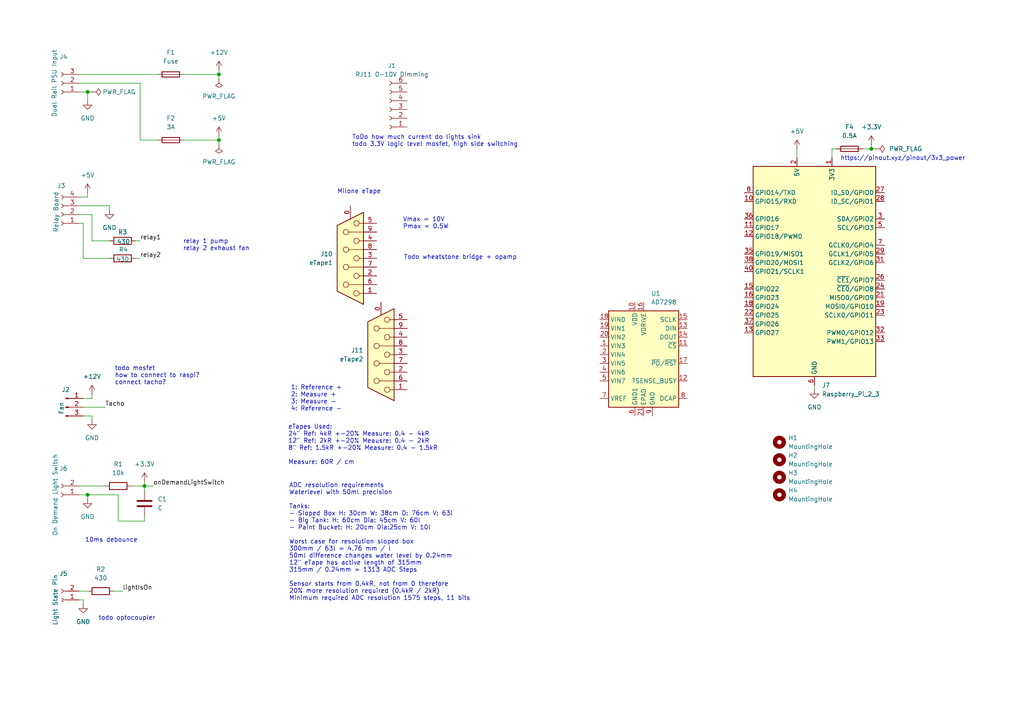
<source format=kicad_sch>
(kicad_sch (version 20250114) (generator "eeschema") (generator_version "9.0")
  (paper "A4")
  (lib_symbols
    (symbol "Analog_ADC:AD7298"
      (property "Reference" "U" (at -10.16 13.97 0))
      (property "Value" "AD7298" (at 2.54 13.97 0))
      (symbol "AD7298_0_1"
        (rectangle (start -10.16 12.7) (end 10.16 -15.24) (stroke (width 0.254)) (fill (type background)))
      )
      (symbol "AD7298_1_1"
        (pin input line (at -12.7 10.16 0) (length 2.54) (name "VIN0") (number "18"))
        (pin input line (at -12.7 7.62 0) (length 2.54) (name "VIN1") (number "19"))
        (pin input line (at -12.7 5.08 0) (length 2.54) (name "VIN2") (number "20"))
        (pin input line (at -12.7 2.54 0) (length 2.54) (name "VIN3") (number "1"))
        (pin input line (at -12.7 0 0) (length 2.54) (name "VIN4") (number "2"))
        (pin input line (at -12.7 -2.54 0) (length 2.54) (name "VIN5") (number "3"))
        (pin input line (at -12.7 -5.08 0) (length 2.54) (name "VIN6") (number "4"))
        (pin input line (at -12.7 -7.62 0) (length 2.54) (name "VIN7") (number "5"))
        (pin passive line (at -12.7 -12.7 0) (length 2.54) (name "VREF") (number "7"))
        (pin power_in line (at -2.54 15.24 270) (length 2.54) (name "VDD") (number "10"))
        (pin power_in line (at -2.54 -17.78 90) (length 2.54) (name "GND1") (number "6"))
        (pin power_in line (at 0 15.24 270) (length 2.54) (name "VDRIVE") (number "16"))
        (pin power_in line (at 0 -17.78 90) (length 2.54) (name "EPAD") (number "21"))
        (pin power_in line (at 2.54 -17.78 90) (length 2.54) (name "GND") (number "9"))
        (pin input line (at 12.7 10.16 180) (length 2.54) (name "SCLK") (number "15"))
        (pin input line (at 12.7 7.62 180) (length 2.54) (name "DIN") (number "13"))
        (pin output line (at 12.7 5.08 180) (length 2.54) (name "DOUT") (number "14"))
        (pin input line (at 12.7 2.54 180) (length 2.54) (name "~{CS}") (number "11"))
        (pin input line (at 12.7 -2.54 180) (length 2.54) (name "~{PD}/~{RST}") (number "17"))
        (pin output line (at 12.7 -7.62 180) (length 2.54) (name "TSENSE_BUSY") (number "12"))
        (pin passive line (at 12.7 -12.7 180) (length 2.54) (name "DCAP") (number "8"))
      )
    )
    (symbol "Connector:Conn_01x02_Socket" (pin_names (offset 1.016) (hide yes))
      (property "Reference" "J" (at 0 2.54 0))
      (property "Value" "Conn_01x02_Socket" (at 0 -5.08 0))
      (symbol "Conn_01x02_Socket_1_1"
        (polyline (pts (xy -1.27 0) (xy -0.508 0)) (stroke (width 0.1524)))
        (polyline (pts (xy -1.27 -2.54) (xy -0.508 -2.54)) (stroke (width 0.1524)))
        (arc (start 0 -0.508) (mid -0.5058 0) (end 0 0.508) (stroke (width 0.1524)))
        (arc (start 0 -3.048) (mid -0.5058 -2.54) (end 0 -2.032) (stroke (width 0.1524)))
        (pin passive line (at -5.08 0 0) (length 3.81) (name "Pin_1") (number "1"))
        (pin passive line (at -5.08 -2.54 0) (length 3.81) (name "Pin_2") (number "2"))
      )
    )
    (symbol "Connector:Conn_01x03_Pin" (pin_names (offset 1.016) (hide yes))
      (property "Reference" "J" (at 0 5.08 0))
      (property "Value" "Conn_01x03_Pin" (at 0 -5.08 0))
      (symbol "Conn_01x03_Pin_1_1"
        (rectangle (start 0.8636 2.667) (end 0 2.413) (stroke (width 0.1524)) (fill (type outline)))
        (rectangle (start 0.8636 0.127) (end 0 -0.127) (stroke (width 0.1524)) (fill (type outline)))
        (rectangle (start 0.8636 -2.413) (end 0 -2.667) (stroke (width 0.1524)) (fill (type outline)))
        (polyline (pts (xy 1.27 2.54) (xy 0.8636 2.54)) (stroke (width 0.1524)))
        (polyline (pts (xy 1.27 0) (xy 0.8636 0)) (stroke (width 0.1524)))
        (polyline (pts (xy 1.27 -2.54) (xy 0.8636 -2.54)) (stroke (width 0.1524)))
        (pin passive line (at 5.08 2.54 180) (length 3.81) (name "Pin_1") (number "1"))
        (pin passive line (at 5.08 0 180) (length 3.81) (name "Pin_2") (number "2"))
        (pin passive line (at 5.08 -2.54 180) (length 3.81) (name "Pin_3") (number "3"))
      )
    )
    (symbol "Connector:Conn_01x03_Socket" (pin_names (offset 1.016) (hide yes))
      (property "Reference" "J" (at 0 5.08 0))
      (property "Value" "Conn_01x03_Socket" (at 0 -5.08 0))
      (symbol "Conn_01x03_Socket_1_1"
        (polyline (pts (xy -1.27 2.54) (xy -0.508 2.54)) (stroke (width 0.1524)))
        (polyline (pts (xy -1.27 0) (xy -0.508 0)) (stroke (width 0.1524)))
        (polyline (pts (xy -1.27 -2.54) (xy -0.508 -2.54)) (stroke (width 0.1524)))
        (arc (start 0 2.032) (mid -0.5058 2.54) (end 0 3.048) (stroke (width 0.1524)))
        (arc (start 0 -0.508) (mid -0.5058 0) (end 0 0.508) (stroke (width 0.1524)))
        (arc (start 0 -3.048) (mid -0.5058 -2.54) (end 0 -2.032) (stroke (width 0.1524)))
        (pin passive line (at -5.08 2.54 0) (length 3.81) (name "Pin_1") (number "1"))
        (pin passive line (at -5.08 0 0) (length 3.81) (name "Pin_2") (number "2"))
        (pin passive line (at -5.08 -2.54 0) (length 3.81) (name "Pin_3") (number "3"))
      )
    )
    (symbol "Connector:Conn_01x04_Socket" (pin_names (offset 1.016) (hide yes))
      (property "Reference" "J" (at 0 5.08 0))
      (property "Value" "Conn_01x04_Socket" (at 0 -7.62 0))
      (symbol "Conn_01x04_Socket_1_1"
        (polyline (pts (xy -1.27 2.54) (xy -0.508 2.54)) (stroke (width 0.1524)))
        (polyline (pts (xy -1.27 0) (xy -0.508 0)) (stroke (width 0.1524)))
        (polyline (pts (xy -1.27 -2.54) (xy -0.508 -2.54)) (stroke (width 0.1524)))
        (polyline (pts (xy -1.27 -5.08) (xy -0.508 -5.08)) (stroke (width 0.1524)))
        (arc (start 0 2.032) (mid -0.5058 2.54) (end 0 3.048) (stroke (width 0.1524)))
        (arc (start 0 -0.508) (mid -0.5058 0) (end 0 0.508) (stroke (width 0.1524)))
        (arc (start 0 -3.048) (mid -0.5058 -2.54) (end 0 -2.032) (stroke (width 0.1524)))
        (arc (start 0 -5.588) (mid -0.5058 -5.08) (end 0 -4.572) (stroke (width 0.1524)))
        (pin passive line (at -5.08 2.54 0) (length 3.81) (name "Pin_1") (number "1"))
        (pin passive line (at -5.08 0 0) (length 3.81) (name "Pin_2") (number "2"))
        (pin passive line (at -5.08 -2.54 0) (length 3.81) (name "Pin_3") (number "3"))
        (pin passive line (at -5.08 -5.08 0) (length 3.81) (name "Pin_4") (number "4"))
      )
    )
    (symbol "Connector:Conn_01x06_Socket" (pin_names (offset 1.016) (hide yes))
      (property "Reference" "J" (at 0 7.62 0))
      (property "Value" "Conn_01x06_Socket" (at 0 -10.16 0))
      (symbol "Conn_01x06_Socket_1_1"
        (polyline (pts (xy -1.27 5.08) (xy -0.508 5.08)) (stroke (width 0.1524)))
        (polyline (pts (xy -1.27 2.54) (xy -0.508 2.54)) (stroke (width 0.1524)))
        (polyline (pts (xy -1.27 0) (xy -0.508 0)) (stroke (width 0.1524)))
        (polyline (pts (xy -1.27 -2.54) (xy -0.508 -2.54)) (stroke (width 0.1524)))
        (polyline (pts (xy -1.27 -5.08) (xy -0.508 -5.08)) (stroke (width 0.1524)))
        (polyline (pts (xy -1.27 -7.62) (xy -0.508 -7.62)) (stroke (width 0.1524)))
        (arc (start 0 4.572) (mid -0.5058 5.08) (end 0 5.588) (stroke (width 0.1524)))
        (arc (start 0 2.032) (mid -0.5058 2.54) (end 0 3.048) (stroke (width 0.1524)))
        (arc (start 0 -0.508) (mid -0.5058 0) (end 0 0.508) (stroke (width 0.1524)))
        (arc (start 0 -3.048) (mid -0.5058 -2.54) (end 0 -2.032) (stroke (width 0.1524)))
        (arc (start 0 -5.588) (mid -0.5058 -5.08) (end 0 -4.572) (stroke (width 0.1524)))
        (arc (start 0 -8.128) (mid -0.5058 -7.62) (end 0 -7.112) (stroke (width 0.1524)))
        (pin passive line (at -5.08 5.08 0) (length 3.81) (name "Pin_1") (number "1"))
        (pin passive line (at -5.08 2.54 0) (length 3.81) (name "Pin_2") (number "2"))
        (pin passive line (at -5.08 0 0) (length 3.81) (name "Pin_3") (number "3"))
        (pin passive line (at -5.08 -2.54 0) (length 3.81) (name "Pin_4") (number "4"))
        (pin passive line (at -5.08 -5.08 0) (length 3.81) (name "Pin_5") (number "5"))
        (pin passive line (at -5.08 -7.62 0) (length 3.81) (name "Pin_6") (number "6"))
      )
    )
    (symbol "Connector:DE9_Socket_MountingHoles" (pin_names (offset 1.016) (hide yes))
      (property "Reference" "J" (at 0 16.51 0))
      (property "Value" "DE9_Socket_MountingHoles" (at 0 14.605 0))
      (symbol "DE9_Socket_MountingHoles_0_1"
        (polyline (pts (xy -3.81 13.335) (xy -3.81 -13.335) (xy 3.81 -9.525) (xy 3.81 9.525) (xy -3.81 13.335)) (stroke (width 0.254)) (fill (type background)))
        (polyline (pts (xy -3.81 10.16) (xy -2.54 10.16)))
        (polyline (pts (xy -3.81 7.62) (xy 0.508 7.62)))
        (polyline (pts (xy -3.81 5.08) (xy -2.54 5.08)))
        (polyline (pts (xy -3.81 2.54) (xy 0.508 2.54)))
        (polyline (pts (xy -3.81 0) (xy -2.54 0)))
        (polyline (pts (xy -3.81 -2.54) (xy 0.508 -2.54)))
        (polyline (pts (xy -3.81 -5.08) (xy -2.54 -5.08)))
        (polyline (pts (xy -3.81 -7.62) (xy 0.508 -7.62)))
        (polyline (pts (xy -3.81 -10.16) (xy -2.54 -10.16)))
        (circle (center -1.778 10.16) (radius 0.762))
        (circle (center -1.778 5.08) (radius 0.762))
        (circle (center -1.778 0) (radius 0.762))
        (circle (center -1.778 -5.08) (radius 0.762))
        (circle (center -1.778 -10.16) (radius 0.762))
        (circle (center 1.27 7.62) (radius 0.762))
        (circle (center 1.27 2.54) (radius 0.762))
        (circle (center 1.27 -2.54) (radius 0.762))
        (circle (center 1.27 -7.62) (radius 0.762))
      )
      (symbol "DE9_Socket_MountingHoles_1_1"
        (pin passive line (at -7.62 10.16 0) (length 3.81) (name "1") (number "1"))
        (pin passive line (at -7.62 7.62 0) (length 3.81) (name "6") (number "6"))
        (pin passive line (at -7.62 5.08 0) (length 3.81) (name "2") (number "2"))
        (pin passive line (at -7.62 2.54 0) (length 3.81) (name "7") (number "7"))
        (pin passive line (at -7.62 0 0) (length 3.81) (name "3") (number "3"))
        (pin passive line (at -7.62 -2.54 0) (length 3.81) (name "8") (number "8"))
        (pin passive line (at -7.62 -5.08 0) (length 3.81) (name "4") (number "4"))
        (pin passive line (at -7.62 -7.62 0) (length 3.81) (name "9") (number "9"))
        (pin passive line (at -7.62 -10.16 0) (length 3.81) (name "5") (number "5"))
        (pin passive line (at 0 -15.24 90) (length 3.81) (name "PAD") (number "0"))
      )
    )
    (symbol "Connector:Raspberry_Pi_2_3"
      (property "Reference" "J" (at -17.78 31.75 0))
      (property "Value" "Raspberry_Pi_2_3" (at 10.16 -31.75 0))
      (symbol "Raspberry_Pi_2_3_0_1"
        (rectangle (start -17.78 30.48) (end 17.78 -30.48) (stroke (width 0.254)) (fill (type background)))
      )
      (symbol "Raspberry_Pi_2_3_1_1"
        (pin bidirectional line (at -20.32 22.86 0) (length 2.54) (name "GPIO14/TXD") (number "8"))
        (pin bidirectional line (at -20.32 20.32 0) (length 2.54) (name "GPIO15/RXD") (number "10"))
        (pin bidirectional line (at -20.32 15.24 0) (length 2.54) (name "GPIO16") (number "36"))
        (pin bidirectional line (at -20.32 12.7 0) (length 2.54) (name "GPIO17") (number "11"))
        (pin bidirectional line (at -20.32 10.16 0) (length 2.54) (name "GPIO18/PWM0") (number "12"))
        (pin bidirectional line (at -20.32 5.08 0) (length 2.54) (name "GPIO19/MISO1") (number "35"))
        (pin bidirectional line (at -20.32 2.54 0) (length 2.54) (name "GPIO20/MOSI1") (number "38"))
        (pin bidirectional line (at -20.32 0 0) (length 2.54) (name "GPIO21/SCLK1") (number "40"))
        (pin bidirectional line (at -20.32 -5.08 0) (length 2.54) (name "GPIO22") (number "15"))
        (pin bidirectional line (at -20.32 -7.62 0) (length 2.54) (name "GPIO23") (number "16"))
        (pin bidirectional line (at -20.32 -10.16 0) (length 2.54) (name "GPIO24") (number "18"))
        (pin bidirectional line (at -20.32 -12.7 0) (length 2.54) (name "GPIO25") (number "22"))
        (pin bidirectional line (at -20.32 -15.24 0) (length 2.54) (name "GPIO26") (number "37"))
        (pin bidirectional line (at -20.32 -17.78 0) (length 2.54) (name "GPIO27") (number "13"))
        (pin power_in line (at -5.08 33.02 270) (length 2.54) (name "5V") (number "2"))
        (pin passive line (at -5.08 33.02 270) (length 2.54) (hide yes) (name "5V") (number "4"))
        (pin passive line (at 0 -33.02 90) (length 2.54) (hide yes) (name "GND") (number "14"))
        (pin passive line (at 0 -33.02 90) (length 2.54) (hide yes) (name "GND") (number "20"))
        (pin passive line (at 0 -33.02 90) (length 2.54) (hide yes) (name "GND") (number "25"))
        (pin passive line (at 0 -33.02 90) (length 2.54) (hide yes) (name "GND") (number "30"))
        (pin passive line (at 0 -33.02 90) (length 2.54) (hide yes) (name "GND") (number "34"))
        (pin passive line (at 0 -33.02 90) (length 2.54) (hide yes) (name "GND") (number "39"))
        (pin power_in line (at 0 -33.02 90) (length 2.54) (name "GND") (number "6"))
        (pin passive line (at 0 -33.02 90) (length 2.54) (hide yes) (name "GND") (number "9"))
        (pin power_in line (at 5.08 33.02 270) (length 2.54) (name "3V3") (number "1"))
        (pin passive line (at 5.08 33.02 270) (length 2.54) (hide yes) (name "3V3") (number "17"))
        (pin bidirectional line (at 20.32 22.86 180) (length 2.54) (name "ID_SD/GPIO0") (number "27"))
        (pin bidirectional line (at 20.32 20.32 180) (length 2.54) (name "ID_SC/GPIO1") (number "28"))
        (pin bidirectional line (at 20.32 15.24 180) (length 2.54) (name "SDA/GPIO2") (number "3"))
        (pin bidirectional line (at 20.32 12.7 180) (length 2.54) (name "SCL/GPIO3") (number "5"))
        (pin bidirectional line (at 20.32 7.62 180) (length 2.54) (name "GCLK0/GPIO4") (number "7"))
        (pin bidirectional line (at 20.32 5.08 180) (length 2.54) (name "GCLK1/GPIO5") (number "29"))
        (pin bidirectional line (at 20.32 2.54 180) (length 2.54) (name "GCLK2/GPIO6") (number "31"))
        (pin bidirectional line (at 20.32 -2.54 180) (length 2.54) (name "~{CE1}/GPIO7") (number "26"))
        (pin bidirectional line (at 20.32 -5.08 180) (length 2.54) (name "~{CE0}/GPIO8") (number "24"))
        (pin bidirectional line (at 20.32 -7.62 180) (length 2.54) (name "MISO0/GPIO9") (number "21"))
        (pin bidirectional line (at 20.32 -10.16 180) (length 2.54) (name "MOSI0/GPIO10") (number "19"))
        (pin bidirectional line (at 20.32 -12.7 180) (length 2.54) (name "SCLK0/GPIO11") (number "23"))
        (pin bidirectional line (at 20.32 -17.78 180) (length 2.54) (name "PWM0/GPIO12") (number "32"))
        (pin bidirectional line (at 20.32 -20.32 180) (length 2.54) (name "PWM1/GPIO13") (number "33"))
      )
    )
    (symbol "Device:C" (pin_numbers (hide yes)) (pin_names (offset 0.254))
      (property "Reference" "C" (at 0.635 2.54 0))
      (property "Value" "C" (at 0.635 -2.54 0))
      (symbol "C_0_1"
        (polyline (pts (xy -2.032 0.762) (xy 2.032 0.762)) (stroke (width 0.508)))
        (polyline (pts (xy -2.032 -0.762) (xy 2.032 -0.762)) (stroke (width 0.508)))
      )
      (symbol "C_1_1"
        (pin passive line (at 0 3.81 270) (length 2.794) (name "~") (number "1"))
        (pin passive line (at 0 -3.81 90) (length 2.794) (name "~") (number "2"))
      )
    )
    (symbol "Device:Fuse" (pin_numbers (hide yes)) (pin_names (offset 0))
      (property "Reference" "F" (at 2.032 0 90))
      (property "Value" "Fuse" (at -1.905 0 90))
      (symbol "Fuse_0_1"
        (rectangle (start -0.762 -2.54) (end 0.762 2.54) (stroke (width 0.254)))
        (polyline (pts (xy 0 2.54) (xy 0 -2.54)))
      )
      (symbol "Fuse_1_1"
        (pin passive line (at 0 3.81 270) (length 1.27) (name "~") (number "1"))
        (pin passive line (at 0 -3.81 90) (length 1.27) (name "~") (number "2"))
      )
    )
    (symbol "Device:R" (pin_numbers (hide yes)) (pin_names (offset 0))
      (property "Reference" "R" (at 2.032 0 90))
      (property "Value" "R" (at 0 0 90))
      (symbol "R_0_1"
        (rectangle (start -1.016 -2.54) (end 1.016 2.54) (stroke (width 0.254)))
      )
      (symbol "R_1_1"
        (pin passive line (at 0 3.81 270) (length 1.27) (name "~") (number "1"))
        (pin passive line (at 0 -3.81 90) (length 1.27) (name "~") (number "2"))
      )
    )
    (symbol "Mechanical:MountingHole" (pin_names (offset 1.016)) (in_bom no)
      (property "Reference" "H" (at 0 5.08 0))
      (property "Value" "MountingHole" (at 0 3.175 0))
      (symbol "MountingHole_0_1"
        (circle (center 0 0) (radius 1.27) (stroke (width 1.27)))
      )
    )
    (symbol "power:+12V" (power) (pin_numbers (hide yes)) (pin_names (offset 0) (hide yes))
      (property "Value" "+12V" (at 0 3.556 0))
      (symbol "+12V_0_1"
        (polyline (pts (xy -0.762 1.27) (xy 0 2.54)))
        (polyline (pts (xy 0 2.54) (xy 0.762 1.27)))
        (polyline (pts (xy 0 0) (xy 0 2.54)))
      )
      (symbol "+12V_1_1"
        (pin power_in line (at 0 0 90) (length 0) (name "~") (number "1"))
      )
    )
    (symbol "power:+3.3V" (power) (pin_numbers (hide yes)) (pin_names (offset 0) (hide yes))
      (property "Value" "+3.3V" (at 0 3.556 0))
      (symbol "+3.3V_0_1"
        (polyline (pts (xy -0.762 1.27) (xy 0 2.54)))
        (polyline (pts (xy 0 2.54) (xy 0.762 1.27)))
        (polyline (pts (xy 0 0) (xy 0 2.54)))
      )
      (symbol "+3.3V_1_1"
        (pin power_in line (at 0 0 90) (length 0) (name "~") (number "1"))
      )
    )
    (symbol "power:+5V" (power) (pin_numbers (hide yes)) (pin_names (offset 0) (hide yes))
      (property "Value" "+5V" (at 0 3.556 0))
      (symbol "+5V_0_1"
        (polyline (pts (xy -0.762 1.27) (xy 0 2.54)))
        (polyline (pts (xy 0 2.54) (xy 0.762 1.27)))
        (polyline (pts (xy 0 0) (xy 0 2.54)))
      )
      (symbol "+5V_1_1"
        (pin power_in line (at 0 0 90) (length 0) (name "~") (number "1"))
      )
    )
    (symbol "power:GND" (power) (pin_numbers (hide yes)) (pin_names (offset 0) (hide yes))
      (property "Value" "GND" (at 0 -3.81 0))
      (symbol "GND_0_1"
        (polyline (pts (xy 0 0) (xy 0 -1.27) (xy 1.27 -1.27) (xy 0 -2.54) (xy -1.27 -1.27) (xy 0 -1.27)))
      )
      (symbol "GND_1_1"
        (pin power_in line (at 0 0 270) (length 0) (name "~") (number "1"))
      )
    )
    (symbol "power:PWR_FLAG" (power) (pin_numbers (hide yes)) (pin_names (offset 0) (hide yes))
      (property "Value" "PWR_FLAG" (at 0 3.81 0))
      (symbol "PWR_FLAG_0_0"
        (pin power_out line (at 0 0 90) (length 0) (name "~") (number "1"))
      )
      (symbol "PWR_FLAG_0_1"
        (polyline (pts (xy 0 0) (xy 0 1.27) (xy -1.016 1.905) (xy 0 2.54) (xy 1.016 1.905) (xy 0 1.27)))
      )
    )
  )
  (text "todo optocoupler" (at 36.83 179.324 0) (effects (font (size 1.27 1.27))))
  (text "Todo wheatstone bridge + opamp" (at 117.094 74.676 0) (effects (font (size 1.27 1.27)) (justify left)))
  (text "ToDo how much current do lights sink\ntodo 3.3V logic level mosfet, high side switching" (at 102.108 40.894 0) (effects (font (size 1.27 1.27)) (justify left)))
  (text "1: Reference +\n2: Measure + \n3: Measure -\n4: Reference - " (at 84.328 115.57 0) (effects (font (size 1.27 1.27)) (justify left)))
  (text "todo mosfet \nhow to connect to raspi?\nconnect tacho?" (at 33.274 108.966 0) (effects (font (size 1.27 1.27)) (justify left)))
  (text "https://pinout.xyz/pinout/3v3_power" (at 261.874 45.974 0) (effects (font (size 1.27 1.27))))
  (text "Vmax = 10V\nPmax = 0.5W" (at 116.84 64.77 0) (effects (font (size 1.27 1.27)) (justify left)))
  (text "10ms debounce" (at 24.638 156.718 0) (effects (font (size 1.27 1.27)) (justify left)))
  (text "relay 1 pump\nrelay 2 exhaust fan" (at 53.086 71.12 0) (effects (font (size 1.27 1.27)) (justify left)))
  (text "eTapes Used:\n24\" Ref: 4kR +-20% Measure: 0.4 - 4kR\n12\" Ref: 2kR +-20% Meausre: 0.4 - 2kR\n8\" Ref: 1.5kR +-20% Measure: 0.4 - 1.5kR\n\nMeasure: 60R / cm" (at 83.566 129.032 0) (effects (font (size 1.27 1.27)) (justify left)))
  (text "Milone eTape" (at 97.79 55.626 0) (effects (font (size 1.27 1.27)) (justify left)))
  (text "ADC resolution requirements\nWaterlevel with 50ml precision\n\nTanks: \n- Sloped Box H: 30cm W: 38cm D: 76cm V: 63l\n- Big Tank: H: 60cm Dia: 45cm V: 60l\n- Paint Bucket: H: 20cm Dia:25cm V: 10l\n\nWorst case for resolution sloped box\n300mm / 63l = 4,76 mm / l \n50ml difference changes water level by 0.24mm\n12\" eTape has active length of 315mm\n315mm / 0.24mm = 1313 ADC Steps\n\nSensor starts from 0.4kR, not from 0 therefore \n20% more resolution required (0.4kR / 2kR)\nMinimum required ADC resolution 1575 steps, 11 bits\n" (at 83.82 157.226 0) (effects (font (size 1.27 1.27)) (justify left)))
  (junction (at 41.91 140.97))
  (junction (at 252.73 43.18))
  (junction (at 63.5 21.59))
  (junction (at 25.4 26.67))
  (junction (at 63.5 40.64))
  (junction (at 25.4 143.51))
  (wire (pts (xy 22.86 143.51) (xy 25.4 143.51)))
  (wire (pts (xy 25.4 57.15) (xy 25.4 55.88)))
  (wire (pts (xy 38.1 140.97) (xy 41.91 140.97)))
  (wire (pts (xy 24.13 74.93) (xy 31.75 74.93)))
  (wire (pts (xy 63.5 20.32) (xy 63.5 21.59)))
  (wire (pts (xy 236.22 111.76) (xy 236.22 113.03)))
  (wire (pts (xy 31.75 59.69) (xy 31.75 60.96)))
  (wire (pts (xy 22.86 26.67) (xy 25.4 26.67)))
  (wire (pts (xy 26.67 120.65) (xy 26.67 121.92)))
  (wire (pts (xy 24.13 115.57) (xy 26.67 115.57)))
  (wire (pts (xy 22.86 140.97) (xy 30.48 140.97)))
  (wire (pts (xy 33.02 171.45) (xy 35.56 171.45)))
  (wire (pts (xy 22.86 62.23) (xy 26.67 62.23)))
  (wire (pts (xy 24.13 173.99) (xy 24.13 175.26)))
  (wire (pts (xy 22.86 64.77) (xy 24.13 64.77)))
  (wire (pts (xy 39.37 69.85) (xy 40.64 69.85)))
  (wire (pts (xy 25.4 26.67) (xy 26.67 26.67)))
  (wire (pts (xy 63.5 39.37) (xy 63.5 40.64)))
  (wire (pts (xy 252.73 43.18) (xy 254 43.18)))
  (wire (pts (xy 26.67 62.23) (xy 26.67 69.85)))
  (wire (pts (xy 22.86 173.99) (xy 24.13 173.99)))
  (wire (pts (xy 22.86 59.69) (xy 31.75 59.69)))
  (wire (pts (xy 41.91 140.97) (xy 44.45 140.97)))
  (wire (pts (xy 41.91 139.7) (xy 41.91 140.97)))
  (wire (pts (xy 22.86 57.15) (xy 25.4 57.15)))
  (wire (pts (xy 53.34 40.64) (xy 63.5 40.64)))
  (wire (pts (xy 34.29 151.13) (xy 41.91 151.13)))
  (wire (pts (xy 63.5 21.59) (xy 63.5 22.86)))
  (wire (pts (xy 41.91 151.13) (xy 41.91 149.86)))
  (wire (pts (xy 26.67 69.85) (xy 31.75 69.85)))
  (wire (pts (xy 40.64 40.64) (xy 45.72 40.64)))
  (wire (pts (xy 22.86 171.45) (xy 25.4 171.45)))
  (wire (pts (xy 24.13 120.65) (xy 26.67 120.65)))
  (wire (pts (xy 241.3 45.72) (xy 241.3 43.18)))
  (wire (pts (xy 22.86 24.13) (xy 40.64 24.13)))
  (wire (pts (xy 25.4 143.51) (xy 34.29 143.51)))
  (wire (pts (xy 63.5 40.64) (xy 63.5 41.91)))
  (wire (pts (xy 252.73 43.18) (xy 252.73 41.91)))
  (wire (pts (xy 250.19 43.18) (xy 252.73 43.18)))
  (wire (pts (xy 24.13 118.11) (xy 30.48 118.11)))
  (wire (pts (xy 25.4 143.51) (xy 25.4 144.78)))
  (wire (pts (xy 231.14 43.18) (xy 231.14 45.72)))
  (wire (pts (xy 53.34 21.59) (xy 63.5 21.59)))
  (wire (pts (xy 24.13 64.77) (xy 24.13 74.93)))
  (wire (pts (xy 26.67 115.57) (xy 26.67 114.3)))
  (wire (pts (xy 39.37 74.93) (xy 40.64 74.93)))
  (wire (pts (xy 34.29 143.51) (xy 34.29 151.13)))
  (wire (pts (xy 40.64 24.13) (xy 40.64 40.64)))
  (wire (pts (xy 25.4 26.67) (xy 25.4 29.21)))
  (wire (pts (xy 41.91 140.97) (xy 41.91 142.24)))
  (wire (pts (xy 22.86 21.59) (xy 45.72 21.59)))
  (wire (pts (xy 241.3 43.18) (xy 242.57 43.18)))
  (label "lightIsOn" (at 35.56 171.45 0))
  (label "relay2" (at 40.64 74.93 0))
  (label "Tacho" (at 30.48 118.11 0))
  (label "relay1" (at 40.64 69.85 0))
  (label "onDemandLightSwitch" (at 44.45 140.97 0))
  (symbol (lib_id "power:GND") (at 31.75 60.96 0) (unit 1)
    (property "Reference" "#PWR07" (effects (hide yes)))
    (property "Value" "GND" (at 31.75 66.04 0))
    (property "Description" "Power symbol creates a global label with name \"GND\" , ground" (effects (hide yes)))
  )
  (symbol (lib_id "Connector:Conn_01x06_Socket") (at 113.03 31.75 180) (unit 1)
    (property "Reference" "J1" (at 113.665 19.05 0))
    (property "Value" "RJ11 0-10V Dimming" (at 113.665 21.59 0))
    (property "Description" "Generic connector, single row, 01x06, script generated" (effects (hide yes)))
  )
  (symbol (lib_id "Device:R") (at 34.29 140.97 270) (unit 1)
    (property "Reference" "R1" (at 34.29 134.62 90))
    (property "Value" "10k" (at 34.29 137.16 90))
    (property "Description" "Resistor" (effects (hide yes)))
  )
  (symbol (lib_id "power:GND") (at 24.13 175.26 0) (unit 1)
    (property "Reference" "#PWR014" (effects (hide yes)))
    (property "Value" "GND" (at 24.13 180.34 0))
    (property "Description" "Power symbol creates a global label with name \"GND\" , ground" (effects (hide yes)))
  )
  (symbol (lib_id "power:GND") (at 25.4 144.78 0) (unit 1)
    (property "Reference" "#PWR09" (effects (hide yes)))
    (property "Value" "GND" (at 25.4 149.86 0))
    (property "Description" "Power symbol creates a global label with name \"GND\" , ground" (effects (hide yes)))
  )
  (symbol (lib_id "Connector:Conn_01x02_Socket") (at 17.78 143.51 180) (unit 1)
    (property "Reference" "J6" (at 18.415 135.89 0))
    (property "Value" "On Demand Light Switch" (at 16.002 143.51 90))
    (property "Description" "Generic connector, single row, 01x02, script generated" (effects (hide yes)))
  )
  (symbol (lib_id "power:+5V") (at 25.4 55.88 0) (unit 1)
    (property "Reference" "#PWR05" (effects (hide yes)))
    (property "Value" "+5V" (at 25.4 50.8 0))
    (property "Description" "Power symbol creates a global label with name \"+5V\"" (effects (hide yes)))
  )
  (symbol (lib_id "power:GND") (at 26.67 121.92 0) (unit 1)
    (property "Reference" "#PWR03" (effects (hide yes)))
    (property "Value" "GND" (at 26.67 127 0))
    (property "Description" "Power symbol creates a global label with name \"GND\" , ground" (effects (hide yes)))
  )
  (symbol (lib_id "power:+12V") (at 26.67 114.3 0) (unit 1)
    (property "Reference" "#PWR04" (effects (hide yes)))
    (property "Value" "+12V" (at 26.67 109.22 0))
    (property "Description" "Power symbol creates a global label with name \"+12V\"" (effects (hide yes)))
  )
  (symbol (lib_id "power:GND") (at 25.4 29.21 0) (unit 1)
    (property "Reference" "#PWR02" (effects (hide yes)))
    (property "Value" "GND" (at 25.4 34.29 0))
    (property "Description" "Power symbol creates a global label with name \"GND\" , ground" (effects (hide yes)))
  )
  (symbol (lib_id "power:PWR_FLAG") (at 63.5 41.91 180) (unit 1)
    (property "Reference" "#FLG03" (effects (hide yes)))
    (property "Value" "PWR_FLAG" (at 63.5 46.99 0))
    (property "Description" "Special symbol for telling ERC where power comes from" (effects (hide yes)))
  )
  (symbol (lib_id "power:+5V") (at 63.5 39.37 0) (unit 1)
    (property "Reference" "#PWR06" (effects (hide yes)))
    (property "Value" "+5V" (at 63.5 34.29 0))
    (property "Description" "Power symbol creates a global label with name \"+5V\"" (effects (hide yes)))
  )
  (symbol (lib_id "Mechanical:MountingHole") (at 226.06 133.35 0) (unit 1) (in_bom no)
    (property "Reference" "H2" (at 228.6 132.0799 0) (effects (justify left)))
    (property "Value" "MountingHole" (at 228.6 134.6199 0) (effects (justify left)))
    (property "Description" "Mounting Hole without connection" (effects (hide yes)))
  )
  (symbol (lib_id "Device:Fuse") (at 49.53 21.59 90) (unit 1)
    (property "Reference" "F1" (at 49.53 15.24 90))
    (property "Value" "Fuse" (at 49.53 17.78 90))
    (property "Description" "Fuse" (effects (hide yes)))
  )
  (symbol (lib_id "Connector:DE9_Socket_MountingHoles") (at 110.49 102.87 180) (unit 1)
    (property "Reference" "J11" (at 105.41 101.5999 0) (effects (justify left)))
    (property "Value" "eTape2" (at 105.41 104.1399 0) (effects (justify left)))
    (property "Description" "9-pin D-SUB connector, socket (female), Mounting Hole" (effects (hide yes)))
  )
  (symbol (lib_id "Device:R") (at 35.56 69.85 270) (unit 1)
    (property "Reference" "R3" (at 35.56 67.31 90))
    (property "Value" "430" (at 35.814 70.104 90))
    (property "Description" "Resistor" (effects (hide yes)))
  )
  (symbol (lib_id "Connector:Raspberry_Pi_2_3") (at 236.22 78.74 0) (unit 1)
    (property "Reference" "J7" (at 238.3633 111.76 0) (effects (justify left)))
    (property "Value" "Raspberry_Pi_2_3" (at 238.3633 114.3 0) (effects (justify left)))
    (property "Datasheet" "https://www.raspberrypi.org/documentation/hardware/raspberrypi/schematics/rpi_SCH_3bplus_1p0_reduced.pdf" (effects (hide yes)))
    (property "Description" "expansion header for Raspberry Pi 2 & 3" (effects (hide yes)))
  )
  (symbol (lib_id "Connector:Conn_01x03_Pin") (at 19.05 118.11 0) (unit 1)
    (property "Reference" "J2" (at 19.05 113.03 0))
    (property "Value" "Fan" (at 17.78 118.364 90))
    (property "Footprint" "Connector_Molex:Molex_KK-254_AE-6410-03A_1x03_P2.54mm_Vertical" (effects (hide yes)))
    (property "Description" "Generic connector, single row, 01x03, script generated" (effects (hide yes)))
  )
  (symbol (lib_id "Device:Fuse") (at 49.53 40.64 90) (unit 1)
    (property "Reference" "F2" (at 49.53 34.29 90))
    (property "Value" "3A" (at 49.53 36.83 90))
    (property "Description" "Fuse" (effects (hide yes)))
  )
  (symbol (lib_id "Connector:Conn_01x04_Socket") (at 17.78 62.23 180) (unit 1)
    (property "Reference" "J3" (at 17.78 53.848 0))
    (property "Value" "Relay Board" (at 16.256 61.468 90))
    (property "Description" "Generic connector, single row, 01x04, script generated" (effects (hide yes)))
  )
  (symbol (lib_id "Device:Fuse") (at 246.38 43.18 90) (unit 1)
    (property "Reference" "F4" (at 246.38 36.83 90))
    (property "Value" "0.5A" (at 246.38 39.37 90))
    (property "Description" "Fuse" (effects (hide yes)))
  )
  (symbol (lib_id "power:PWR_FLAG") (at 63.5 22.86 180) (unit 1)
    (property "Reference" "#FLG01" (effects (hide yes)))
    (property "Value" "PWR_FLAG" (at 63.5 27.94 0))
    (property "Description" "Special symbol for telling ERC where power comes from" (effects (hide yes)))
  )
  (symbol (lib_id "power:PWR_FLAG") (at 26.67 26.67 270) (unit 1)
    (property "Reference" "#FLG02" (effects (hide yes)))
    (property "Value" "PWR_FLAG" (at 29.718 26.67 90) (effects (justify left)))
    (property "Description" "Special symbol for telling ERC where power comes from" (effects (hide yes)))
  )
  (symbol (lib_id "Mechanical:MountingHole") (at 226.06 128.27 0) (unit 1) (in_bom no)
    (property "Reference" "H1" (at 228.6 126.9999 0) (effects (justify left)))
    (property "Value" "MountingHole" (at 228.6 129.5399 0) (effects (justify left)))
    (property "Description" "Mounting Hole without connection" (effects (hide yes)))
  )
  (symbol (lib_id "Mechanical:MountingHole") (at 226.06 143.51 0) (unit 1) (in_bom no)
    (property "Reference" "H4" (at 228.6 142.2399 0) (effects (justify left)))
    (property "Value" "MountingHole" (at 228.6 144.7799 0) (effects (justify left)))
    (property "Description" "Mounting Hole without connection" (effects (hide yes)))
  )
  (symbol (lib_id "power:+3.3V") (at 41.91 139.7 0) (unit 1)
    (property "Reference" "#PWR013" (effects (hide yes)))
    (property "Value" "+3.3V" (at 41.91 134.62 0))
    (property "Description" "Power symbol creates a global label with name \"+3.3V\"" (effects (hide yes)))
  )
  (symbol (lib_id "Device:R") (at 35.56 74.93 90) (unit 1)
    (property "Reference" "R4" (at 35.814 72.39 90))
    (property "Value" "430" (at 35.56 75.184 90))
    (property "Description" "Resistor" (effects (hide yes)))
  )
  (symbol (lib_id "Analog_ADC:AD7298") (at 186.69 102.87 0) (unit 1)
    (property "Reference" "U1" (at 188.8333 85.09 0) (effects (justify left)))
    (property "Value" "AD7298" (at 188.8333 87.63 0) (effects (justify left)))
    (property "Footprint" "Package_CSP:LFCSP-20-1EP_4x4mm_P0.5mm_EP2.6x2.6mm_ThermalVias" (effects (hide yes)))
    (property "Datasheet" "https://www.analog.com/media/en/technical-documentation/data-sheets/AD7298.pdf" (effects (hide yes)))
    (property "Description" "8 channel, 1MSPS, 12-bit SAR ADC with Temperature Sensor, LFCSP-20" (effects (hide yes)))
  )
  (symbol (lib_id "power:+5V") (at 231.14 43.18 0) (unit 1)
    (property "Reference" "#PWR011" (effects (hide yes)))
    (property "Value" "+5V" (at 231.14 38.1 0))
    (property "Description" "Power symbol creates a global label with name \"+5V\"" (effects (hide yes)))
  )
  (symbol (lib_id "power:+3.3V") (at 252.73 41.91 0) (unit 1)
    (property "Reference" "#PWR012" (effects (hide yes)))
    (property "Value" "+3.3V" (at 252.73 36.83 0))
    (property "Description" "Power symbol creates a global label with name \"+3.3V\"" (effects (hide yes)))
  )
  (symbol (lib_id "power:GND") (at 236.22 113.03 0) (unit 1)
    (property "Reference" "#PWR010" (effects (hide yes)))
    (property "Value" "GND" (at 236.22 118.11 0))
    (property "Description" "Power symbol creates a global label with name \"GND\" , ground" (effects (hide yes)))
  )
  (symbol (lib_id "Connector:Conn_01x03_Socket") (at 17.78 24.13 180) (unit 1)
    (property "Reference" "J4" (at 18.415 16.51 0))
    (property "Value" "Dual Rail PSU Input" (at 15.748 24.13 90))
    (property "Description" "Generic connector, single row, 01x03, script generated" (effects (hide yes)))
  )
  (symbol (lib_id "Device:C") (at 41.91 146.05 0) (unit 1)
    (property "Reference" "C1" (at 45.72 144.7799 0) (effects (justify left)))
    (property "Value" "C" (at 45.72 147.3199 0) (effects (justify left)))
    (property "Description" "Unpolarized capacitor" (effects (hide yes)))
  )
  (symbol (lib_id "Mechanical:MountingHole") (at 226.06 138.43 0) (unit 1) (in_bom no)
    (property "Reference" "H3" (at 228.6 137.1599 0) (effects (justify left)))
    (property "Value" "MountingHole" (at 228.6 139.6999 0) (effects (justify left)))
    (property "Description" "Mounting Hole without connection" (effects (hide yes)))
  )
  (symbol (lib_id "Connector:Conn_01x02_Socket") (at 17.78 173.99 180) (unit 1)
    (property "Reference" "J5" (at 18.415 166.37 0))
    (property "Value" "Light State Pin" (at 16.002 173.99 90))
    (property "Description" "Generic connector, single row, 01x02, script generated" (effects (hide yes)))
  )
  (symbol (lib_id "Device:R") (at 29.21 171.45 270) (unit 1)
    (property "Reference" "R2" (at 29.21 165.1 90))
    (property "Value" "430" (at 29.21 167.64 90))
    (property "Description" "Resistor" (effects (hide yes)))
  )
  (symbol (lib_id "power:PWR_FLAG") (at 254 43.18 270) (unit 1)
    (property "Reference" "#FLG07" (effects (hide yes)))
    (property "Value" "PWR_FLAG" (at 257.81 43.1799 90) (effects (justify left)))
    (property "Description" "Special symbol for telling ERC where power comes from" (effects (hide yes)))
  )
  (symbol (lib_id "power:+12V") (at 63.5 20.32 0) (unit 1)
    (property "Reference" "#PWR01" (effects (hide yes)))
    (property "Value" "+12V" (at 63.5 15.24 0))
    (property "Description" "Power symbol creates a global label with name \"+12V\"" (effects (hide yes)))
  )
  (symbol (lib_id "Connector:DE9_Socket_MountingHoles") (at 101.6 74.93 180) (unit 1)
    (property "Reference" "J10" (at 96.52 73.6599 0) (effects (justify left)))
    (property "Value" "eTape1" (at 96.52 76.1999 0) (effects (justify left)))
    (property "Description" "9-pin D-SUB connector, socket (female), Mounting Hole" (effects (hide yes)))
  )
)
</source>
